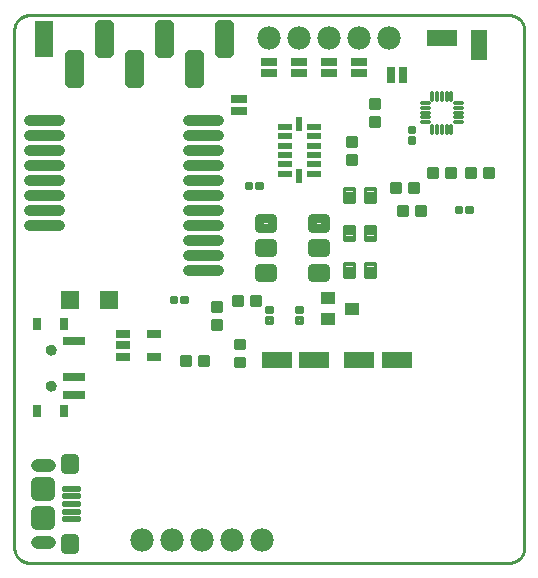
<source format=gts>
G75*
%MOIN*%
%OFA0B0*%
%FSLAX25Y25*%
%IPPOS*%
%LPD*%
%AMOC8*
5,1,8,0,0,1.08239X$1,22.5*
%
%ADD10C,0.01000*%
%ADD11R,0.10400X0.05400*%
%ADD12C,0.01450*%
%ADD13R,0.05400X0.10400*%
%ADD14C,0.03153*%
%ADD15R,0.05900X0.05900*%
%ADD16C,0.00850*%
%ADD17C,0.03200*%
%ADD18R,0.06400X0.12400*%
%ADD19C,0.07800*%
%ADD20C,0.01100*%
%ADD21C,0.00975*%
%ADD22R,0.02900X0.05400*%
%ADD23R,0.05400X0.02900*%
%ADD24R,0.07487X0.03156*%
%ADD25R,0.03156X0.04400*%
%ADD26C,0.00000*%
%ADD27C,0.03600*%
%ADD28C,0.03600*%
%ADD29R,0.04900X0.04400*%
%ADD30R,0.05124X0.02369*%
%ADD31R,0.02369X0.05124*%
%ADD32C,0.01187*%
%ADD33R,0.05124X0.03117*%
%ADD34C,0.04400*%
%ADD35C,0.00987*%
%ADD36C,0.02956*%
%ADD37C,0.03940*%
D10*
X0008000Y0006500D02*
X0008000Y0179000D01*
X0008002Y0179140D01*
X0008008Y0179280D01*
X0008018Y0179420D01*
X0008031Y0179560D01*
X0008049Y0179699D01*
X0008071Y0179838D01*
X0008096Y0179975D01*
X0008125Y0180113D01*
X0008158Y0180249D01*
X0008195Y0180384D01*
X0008236Y0180518D01*
X0008281Y0180651D01*
X0008329Y0180783D01*
X0008381Y0180913D01*
X0008436Y0181042D01*
X0008495Y0181169D01*
X0008558Y0181295D01*
X0008624Y0181419D01*
X0008693Y0181540D01*
X0008766Y0181660D01*
X0008843Y0181778D01*
X0008922Y0181893D01*
X0009005Y0182007D01*
X0009091Y0182117D01*
X0009180Y0182226D01*
X0009272Y0182332D01*
X0009367Y0182435D01*
X0009464Y0182536D01*
X0009565Y0182633D01*
X0009668Y0182728D01*
X0009774Y0182820D01*
X0009883Y0182909D01*
X0009993Y0182995D01*
X0010107Y0183078D01*
X0010222Y0183157D01*
X0010340Y0183234D01*
X0010460Y0183307D01*
X0010581Y0183376D01*
X0010705Y0183442D01*
X0010831Y0183505D01*
X0010958Y0183564D01*
X0011087Y0183619D01*
X0011217Y0183671D01*
X0011349Y0183719D01*
X0011482Y0183764D01*
X0011616Y0183805D01*
X0011751Y0183842D01*
X0011887Y0183875D01*
X0012025Y0183904D01*
X0012162Y0183929D01*
X0012301Y0183951D01*
X0012440Y0183969D01*
X0012580Y0183982D01*
X0012720Y0183992D01*
X0012860Y0183998D01*
X0013000Y0184000D01*
X0173000Y0184000D01*
X0173140Y0183998D01*
X0173280Y0183992D01*
X0173420Y0183982D01*
X0173560Y0183969D01*
X0173699Y0183951D01*
X0173838Y0183929D01*
X0173975Y0183904D01*
X0174113Y0183875D01*
X0174249Y0183842D01*
X0174384Y0183805D01*
X0174518Y0183764D01*
X0174651Y0183719D01*
X0174783Y0183671D01*
X0174913Y0183619D01*
X0175042Y0183564D01*
X0175169Y0183505D01*
X0175295Y0183442D01*
X0175419Y0183376D01*
X0175540Y0183307D01*
X0175660Y0183234D01*
X0175778Y0183157D01*
X0175893Y0183078D01*
X0176007Y0182995D01*
X0176117Y0182909D01*
X0176226Y0182820D01*
X0176332Y0182728D01*
X0176435Y0182633D01*
X0176536Y0182536D01*
X0176633Y0182435D01*
X0176728Y0182332D01*
X0176820Y0182226D01*
X0176909Y0182117D01*
X0176995Y0182007D01*
X0177078Y0181893D01*
X0177157Y0181778D01*
X0177234Y0181660D01*
X0177307Y0181540D01*
X0177376Y0181419D01*
X0177442Y0181295D01*
X0177505Y0181169D01*
X0177564Y0181042D01*
X0177619Y0180913D01*
X0177671Y0180783D01*
X0177719Y0180651D01*
X0177764Y0180518D01*
X0177805Y0180384D01*
X0177842Y0180249D01*
X0177875Y0180113D01*
X0177904Y0179975D01*
X0177929Y0179838D01*
X0177951Y0179699D01*
X0177969Y0179560D01*
X0177982Y0179420D01*
X0177992Y0179280D01*
X0177998Y0179140D01*
X0178000Y0179000D01*
X0178000Y0006500D01*
X0177998Y0006360D01*
X0177992Y0006220D01*
X0177982Y0006080D01*
X0177969Y0005940D01*
X0177951Y0005801D01*
X0177929Y0005662D01*
X0177904Y0005525D01*
X0177875Y0005387D01*
X0177842Y0005251D01*
X0177805Y0005116D01*
X0177764Y0004982D01*
X0177719Y0004849D01*
X0177671Y0004717D01*
X0177619Y0004587D01*
X0177564Y0004458D01*
X0177505Y0004331D01*
X0177442Y0004205D01*
X0177376Y0004081D01*
X0177307Y0003960D01*
X0177234Y0003840D01*
X0177157Y0003722D01*
X0177078Y0003607D01*
X0176995Y0003493D01*
X0176909Y0003383D01*
X0176820Y0003274D01*
X0176728Y0003168D01*
X0176633Y0003065D01*
X0176536Y0002964D01*
X0176435Y0002867D01*
X0176332Y0002772D01*
X0176226Y0002680D01*
X0176117Y0002591D01*
X0176007Y0002505D01*
X0175893Y0002422D01*
X0175778Y0002343D01*
X0175660Y0002266D01*
X0175540Y0002193D01*
X0175419Y0002124D01*
X0175295Y0002058D01*
X0175169Y0001995D01*
X0175042Y0001936D01*
X0174913Y0001881D01*
X0174783Y0001829D01*
X0174651Y0001781D01*
X0174518Y0001736D01*
X0174384Y0001695D01*
X0174249Y0001658D01*
X0174113Y0001625D01*
X0173975Y0001596D01*
X0173838Y0001571D01*
X0173699Y0001549D01*
X0173560Y0001531D01*
X0173420Y0001518D01*
X0173280Y0001508D01*
X0173140Y0001502D01*
X0173000Y0001500D01*
X0013000Y0001500D01*
X0012860Y0001502D01*
X0012720Y0001508D01*
X0012580Y0001518D01*
X0012440Y0001531D01*
X0012301Y0001549D01*
X0012162Y0001571D01*
X0012025Y0001596D01*
X0011887Y0001625D01*
X0011751Y0001658D01*
X0011616Y0001695D01*
X0011482Y0001736D01*
X0011349Y0001781D01*
X0011217Y0001829D01*
X0011087Y0001881D01*
X0010958Y0001936D01*
X0010831Y0001995D01*
X0010705Y0002058D01*
X0010581Y0002124D01*
X0010460Y0002193D01*
X0010340Y0002266D01*
X0010222Y0002343D01*
X0010107Y0002422D01*
X0009993Y0002505D01*
X0009883Y0002591D01*
X0009774Y0002680D01*
X0009668Y0002772D01*
X0009565Y0002867D01*
X0009464Y0002964D01*
X0009367Y0003065D01*
X0009272Y0003168D01*
X0009180Y0003274D01*
X0009091Y0003383D01*
X0009005Y0003493D01*
X0008922Y0003607D01*
X0008843Y0003722D01*
X0008766Y0003840D01*
X0008693Y0003960D01*
X0008624Y0004081D01*
X0008558Y0004205D01*
X0008495Y0004331D01*
X0008436Y0004458D01*
X0008381Y0004587D01*
X0008329Y0004717D01*
X0008281Y0004849D01*
X0008236Y0004982D01*
X0008195Y0005116D01*
X0008158Y0005251D01*
X0008125Y0005387D01*
X0008096Y0005525D01*
X0008071Y0005662D01*
X0008049Y0005801D01*
X0008031Y0005940D01*
X0008018Y0006080D01*
X0008008Y0006220D01*
X0008002Y0006360D01*
X0008000Y0006500D01*
D11*
X0095500Y0069000D03*
X0108000Y0069000D03*
X0123000Y0069000D03*
X0135500Y0069000D03*
X0150500Y0176500D03*
D12*
X0139775Y0146475D02*
X0139775Y0145025D01*
X0139775Y0146475D02*
X0141225Y0146475D01*
X0141225Y0145025D01*
X0139775Y0145025D01*
X0139775Y0146474D02*
X0141225Y0146474D01*
X0139775Y0142975D02*
X0139775Y0141525D01*
X0139775Y0142975D02*
X0141225Y0142975D01*
X0141225Y0141525D01*
X0139775Y0141525D01*
X0139775Y0142974D02*
X0141225Y0142974D01*
X0155525Y0118275D02*
X0156975Y0118275D01*
X0155525Y0118275D02*
X0155525Y0119725D01*
X0156975Y0119725D01*
X0156975Y0118275D01*
X0156975Y0119724D02*
X0155525Y0119724D01*
X0159025Y0118275D02*
X0160475Y0118275D01*
X0159025Y0118275D02*
X0159025Y0119725D01*
X0160475Y0119725D01*
X0160475Y0118275D01*
X0160475Y0119724D02*
X0159025Y0119724D01*
X0102275Y0086475D02*
X0102275Y0085025D01*
X0102275Y0086475D02*
X0103725Y0086475D01*
X0103725Y0085025D01*
X0102275Y0085025D01*
X0102275Y0086474D02*
X0103725Y0086474D01*
X0102275Y0082975D02*
X0102275Y0081525D01*
X0102275Y0082975D02*
X0103725Y0082975D01*
X0103725Y0081525D01*
X0102275Y0081525D01*
X0102275Y0082974D02*
X0103725Y0082974D01*
X0092275Y0082975D02*
X0092275Y0081525D01*
X0092275Y0082975D02*
X0093725Y0082975D01*
X0093725Y0081525D01*
X0092275Y0081525D01*
X0092275Y0082974D02*
X0093725Y0082974D01*
X0092275Y0085025D02*
X0092275Y0086475D01*
X0093725Y0086475D01*
X0093725Y0085025D01*
X0092275Y0085025D01*
X0092275Y0086474D02*
X0093725Y0086474D01*
X0065475Y0089725D02*
X0064025Y0089725D01*
X0065475Y0089725D02*
X0065475Y0088275D01*
X0064025Y0088275D01*
X0064025Y0089725D01*
X0064025Y0089724D02*
X0065475Y0089724D01*
X0061975Y0089725D02*
X0060525Y0089725D01*
X0061975Y0089725D02*
X0061975Y0088275D01*
X0060525Y0088275D01*
X0060525Y0089725D01*
X0060525Y0089724D02*
X0061975Y0089724D01*
X0085525Y0127725D02*
X0086975Y0127725D01*
X0086975Y0126275D01*
X0085525Y0126275D01*
X0085525Y0127725D01*
X0085525Y0127724D02*
X0086975Y0127724D01*
X0089025Y0127725D02*
X0090475Y0127725D01*
X0090475Y0126275D01*
X0089025Y0126275D01*
X0089025Y0127725D01*
X0089025Y0127724D02*
X0090475Y0127724D01*
D13*
X0163000Y0174000D03*
D14*
X0111525Y0116345D02*
X0107191Y0116345D01*
X0111525Y0116345D02*
X0111525Y0113191D01*
X0107191Y0113191D01*
X0107191Y0116345D01*
X0107191Y0116343D02*
X0111525Y0116343D01*
X0111525Y0108077D02*
X0107191Y0108077D01*
X0111525Y0108077D02*
X0111525Y0104923D01*
X0107191Y0104923D01*
X0107191Y0108077D01*
X0107191Y0108075D02*
X0111525Y0108075D01*
X0111525Y0099809D02*
X0107191Y0099809D01*
X0111525Y0099809D02*
X0111525Y0096655D01*
X0107191Y0096655D01*
X0107191Y0099809D01*
X0107191Y0099807D02*
X0111525Y0099807D01*
X0093809Y0099809D02*
X0089475Y0099809D01*
X0093809Y0099809D02*
X0093809Y0096655D01*
X0089475Y0096655D01*
X0089475Y0099809D01*
X0089475Y0099807D02*
X0093809Y0099807D01*
X0093809Y0108077D02*
X0089475Y0108077D01*
X0093809Y0108077D02*
X0093809Y0104923D01*
X0089475Y0104923D01*
X0089475Y0108077D01*
X0089475Y0108075D02*
X0093809Y0108075D01*
X0093809Y0116345D02*
X0089475Y0116345D01*
X0093809Y0116345D02*
X0093809Y0113191D01*
X0089475Y0113191D01*
X0089475Y0116345D01*
X0089475Y0116343D02*
X0093809Y0116343D01*
D15*
X0039500Y0089000D03*
X0026500Y0089000D03*
D16*
X0084525Y0075775D02*
X0084525Y0073225D01*
X0081475Y0073225D01*
X0081475Y0075775D01*
X0084525Y0075775D01*
X0084525Y0074074D02*
X0081475Y0074074D01*
X0081475Y0074923D02*
X0084525Y0074923D01*
X0084525Y0075772D02*
X0081475Y0075772D01*
X0084525Y0069775D02*
X0084525Y0067225D01*
X0081475Y0067225D01*
X0081475Y0069775D01*
X0084525Y0069775D01*
X0084525Y0068074D02*
X0081475Y0068074D01*
X0081475Y0068923D02*
X0084525Y0068923D01*
X0084525Y0069772D02*
X0081475Y0069772D01*
D17*
X0069600Y0161526D02*
X0069600Y0170726D01*
X0069600Y0161526D02*
X0066400Y0161526D01*
X0066400Y0170726D01*
X0069600Y0170726D01*
X0069600Y0164725D02*
X0066400Y0164725D01*
X0066400Y0167924D02*
X0069600Y0167924D01*
X0079600Y0171526D02*
X0079600Y0180726D01*
X0079600Y0171526D02*
X0076400Y0171526D01*
X0076400Y0180726D01*
X0079600Y0180726D01*
X0079600Y0174725D02*
X0076400Y0174725D01*
X0076400Y0177924D02*
X0079600Y0177924D01*
X0059600Y0180726D02*
X0059600Y0171526D01*
X0056400Y0171526D01*
X0056400Y0180726D01*
X0059600Y0180726D01*
X0059600Y0174725D02*
X0056400Y0174725D01*
X0056400Y0177924D02*
X0059600Y0177924D01*
X0049600Y0170726D02*
X0049600Y0161526D01*
X0046400Y0161526D01*
X0046400Y0170726D01*
X0049600Y0170726D01*
X0049600Y0164725D02*
X0046400Y0164725D01*
X0046400Y0167924D02*
X0049600Y0167924D01*
X0039600Y0171526D02*
X0039600Y0180726D01*
X0039600Y0171526D02*
X0036400Y0171526D01*
X0036400Y0180726D01*
X0039600Y0180726D01*
X0039600Y0174725D02*
X0036400Y0174725D01*
X0036400Y0177924D02*
X0039600Y0177924D01*
X0029600Y0170726D02*
X0029600Y0161526D01*
X0026400Y0161526D01*
X0026400Y0170726D01*
X0029600Y0170726D01*
X0029600Y0164725D02*
X0026400Y0164725D01*
X0026400Y0167924D02*
X0029600Y0167924D01*
D18*
X0018000Y0176126D03*
D19*
X0093000Y0176500D03*
X0103000Y0176500D03*
X0113000Y0176500D03*
X0123000Y0176500D03*
X0133000Y0176500D03*
X0090500Y0009000D03*
X0080500Y0009000D03*
X0070500Y0009000D03*
X0060500Y0009000D03*
X0050500Y0009000D03*
D20*
X0117850Y0096600D02*
X0121150Y0096600D01*
X0117850Y0096600D02*
X0117850Y0101400D01*
X0121150Y0101400D01*
X0121150Y0096600D01*
X0121150Y0097699D02*
X0117850Y0097699D01*
X0117850Y0098798D02*
X0121150Y0098798D01*
X0121150Y0099897D02*
X0117850Y0099897D01*
X0117850Y0100996D02*
X0121150Y0100996D01*
X0124850Y0096600D02*
X0128150Y0096600D01*
X0124850Y0096600D02*
X0124850Y0101400D01*
X0128150Y0101400D01*
X0128150Y0096600D01*
X0128150Y0097699D02*
X0124850Y0097699D01*
X0124850Y0098798D02*
X0128150Y0098798D01*
X0128150Y0099897D02*
X0124850Y0099897D01*
X0124850Y0100996D02*
X0128150Y0100996D01*
X0128150Y0109100D02*
X0124850Y0109100D01*
X0124850Y0113900D01*
X0128150Y0113900D01*
X0128150Y0109100D01*
X0128150Y0110199D02*
X0124850Y0110199D01*
X0124850Y0111298D02*
X0128150Y0111298D01*
X0128150Y0112397D02*
X0124850Y0112397D01*
X0124850Y0113496D02*
X0128150Y0113496D01*
X0121150Y0109100D02*
X0117850Y0109100D01*
X0117850Y0113900D01*
X0121150Y0113900D01*
X0121150Y0109100D01*
X0121150Y0110199D02*
X0117850Y0110199D01*
X0117850Y0111298D02*
X0121150Y0111298D01*
X0121150Y0112397D02*
X0117850Y0112397D01*
X0117850Y0113496D02*
X0121150Y0113496D01*
X0121150Y0121600D02*
X0117850Y0121600D01*
X0117850Y0126400D01*
X0121150Y0126400D01*
X0121150Y0121600D01*
X0121150Y0122699D02*
X0117850Y0122699D01*
X0117850Y0123798D02*
X0121150Y0123798D01*
X0121150Y0124897D02*
X0117850Y0124897D01*
X0117850Y0125996D02*
X0121150Y0125996D01*
X0124850Y0121600D02*
X0128150Y0121600D01*
X0124850Y0121600D02*
X0124850Y0126400D01*
X0128150Y0126400D01*
X0128150Y0121600D01*
X0128150Y0122699D02*
X0124850Y0122699D01*
X0124850Y0123798D02*
X0128150Y0123798D01*
X0128150Y0124897D02*
X0124850Y0124897D01*
X0124850Y0125996D02*
X0128150Y0125996D01*
D21*
X0133537Y0125037D02*
X0136463Y0125037D01*
X0133537Y0125037D02*
X0133537Y0127963D01*
X0136463Y0127963D01*
X0136463Y0125037D01*
X0136463Y0126011D02*
X0133537Y0126011D01*
X0133537Y0126985D02*
X0136463Y0126985D01*
X0136463Y0127959D02*
X0133537Y0127959D01*
X0139537Y0125037D02*
X0142463Y0125037D01*
X0139537Y0125037D02*
X0139537Y0127963D01*
X0142463Y0127963D01*
X0142463Y0125037D01*
X0142463Y0126011D02*
X0139537Y0126011D01*
X0139537Y0126985D02*
X0142463Y0126985D01*
X0142463Y0127959D02*
X0139537Y0127959D01*
X0146037Y0130037D02*
X0148963Y0130037D01*
X0146037Y0130037D02*
X0146037Y0132963D01*
X0148963Y0132963D01*
X0148963Y0130037D01*
X0148963Y0131011D02*
X0146037Y0131011D01*
X0146037Y0131985D02*
X0148963Y0131985D01*
X0148963Y0132959D02*
X0146037Y0132959D01*
X0152037Y0130037D02*
X0154963Y0130037D01*
X0152037Y0130037D02*
X0152037Y0132963D01*
X0154963Y0132963D01*
X0154963Y0130037D01*
X0154963Y0131011D02*
X0152037Y0131011D01*
X0152037Y0131985D02*
X0154963Y0131985D01*
X0154963Y0132959D02*
X0152037Y0132959D01*
X0158537Y0132963D02*
X0161463Y0132963D01*
X0161463Y0130037D01*
X0158537Y0130037D01*
X0158537Y0132963D01*
X0158537Y0131011D02*
X0161463Y0131011D01*
X0161463Y0131985D02*
X0158537Y0131985D01*
X0158537Y0132959D02*
X0161463Y0132959D01*
X0164537Y0132963D02*
X0167463Y0132963D01*
X0167463Y0130037D01*
X0164537Y0130037D01*
X0164537Y0132963D01*
X0164537Y0131011D02*
X0167463Y0131011D01*
X0167463Y0131985D02*
X0164537Y0131985D01*
X0164537Y0132959D02*
X0167463Y0132959D01*
X0144963Y0117537D02*
X0142037Y0117537D01*
X0142037Y0120463D01*
X0144963Y0120463D01*
X0144963Y0117537D01*
X0144963Y0118511D02*
X0142037Y0118511D01*
X0142037Y0119485D02*
X0144963Y0119485D01*
X0144963Y0120459D02*
X0142037Y0120459D01*
X0138963Y0117537D02*
X0136037Y0117537D01*
X0136037Y0120463D01*
X0138963Y0120463D01*
X0138963Y0117537D01*
X0138963Y0118511D02*
X0136037Y0118511D01*
X0136037Y0119485D02*
X0138963Y0119485D01*
X0138963Y0120459D02*
X0136037Y0120459D01*
X0119037Y0134537D02*
X0119037Y0137463D01*
X0121963Y0137463D01*
X0121963Y0134537D01*
X0119037Y0134537D01*
X0119037Y0135511D02*
X0121963Y0135511D01*
X0121963Y0136485D02*
X0119037Y0136485D01*
X0119037Y0137459D02*
X0121963Y0137459D01*
X0119037Y0140537D02*
X0119037Y0143463D01*
X0121963Y0143463D01*
X0121963Y0140537D01*
X0119037Y0140537D01*
X0119037Y0141511D02*
X0121963Y0141511D01*
X0121963Y0142485D02*
X0119037Y0142485D01*
X0119037Y0143459D02*
X0121963Y0143459D01*
X0129463Y0147037D02*
X0129463Y0149963D01*
X0129463Y0147037D02*
X0126537Y0147037D01*
X0126537Y0149963D01*
X0129463Y0149963D01*
X0129463Y0148011D02*
X0126537Y0148011D01*
X0126537Y0148985D02*
X0129463Y0148985D01*
X0129463Y0149959D02*
X0126537Y0149959D01*
X0129463Y0153037D02*
X0129463Y0155963D01*
X0129463Y0153037D02*
X0126537Y0153037D01*
X0126537Y0155963D01*
X0129463Y0155963D01*
X0129463Y0154011D02*
X0126537Y0154011D01*
X0126537Y0154985D02*
X0129463Y0154985D01*
X0129463Y0155959D02*
X0126537Y0155959D01*
X0089963Y0090463D02*
X0087037Y0090463D01*
X0089963Y0090463D02*
X0089963Y0087537D01*
X0087037Y0087537D01*
X0087037Y0090463D01*
X0087037Y0088511D02*
X0089963Y0088511D01*
X0089963Y0089485D02*
X0087037Y0089485D01*
X0087037Y0090459D02*
X0089963Y0090459D01*
X0083963Y0090463D02*
X0081037Y0090463D01*
X0083963Y0090463D02*
X0083963Y0087537D01*
X0081037Y0087537D01*
X0081037Y0090463D01*
X0081037Y0088511D02*
X0083963Y0088511D01*
X0083963Y0089485D02*
X0081037Y0089485D01*
X0081037Y0090459D02*
X0083963Y0090459D01*
X0074037Y0088463D02*
X0074037Y0085537D01*
X0074037Y0088463D02*
X0076963Y0088463D01*
X0076963Y0085537D01*
X0074037Y0085537D01*
X0074037Y0086511D02*
X0076963Y0086511D01*
X0076963Y0087485D02*
X0074037Y0087485D01*
X0074037Y0088459D02*
X0076963Y0088459D01*
X0074037Y0082463D02*
X0074037Y0079537D01*
X0074037Y0082463D02*
X0076963Y0082463D01*
X0076963Y0079537D01*
X0074037Y0079537D01*
X0074037Y0080511D02*
X0076963Y0080511D01*
X0076963Y0081485D02*
X0074037Y0081485D01*
X0074037Y0082459D02*
X0076963Y0082459D01*
X0072463Y0067537D02*
X0069537Y0067537D01*
X0069537Y0070463D01*
X0072463Y0070463D01*
X0072463Y0067537D01*
X0072463Y0068511D02*
X0069537Y0068511D01*
X0069537Y0069485D02*
X0072463Y0069485D01*
X0072463Y0070459D02*
X0069537Y0070459D01*
X0066463Y0067537D02*
X0063537Y0067537D01*
X0063537Y0070463D01*
X0066463Y0070463D01*
X0066463Y0067537D01*
X0066463Y0068511D02*
X0063537Y0068511D01*
X0063537Y0069485D02*
X0066463Y0069485D01*
X0066463Y0070459D02*
X0063537Y0070459D01*
D22*
X0133500Y0164000D03*
X0137500Y0164000D03*
D23*
X0123000Y0164728D03*
X0123000Y0168272D03*
X0113000Y0168272D03*
X0113000Y0164728D03*
X0103000Y0164728D03*
X0103000Y0168272D03*
X0093000Y0168272D03*
X0093000Y0164728D03*
X0083000Y0156000D03*
X0083000Y0152000D03*
D24*
X0027913Y0075500D03*
X0027913Y0063500D03*
X0027913Y0057500D03*
D25*
X0024654Y0052000D03*
X0015598Y0052000D03*
X0015598Y0081000D03*
X0024654Y0081000D03*
D26*
X0018526Y0072500D02*
X0018528Y0072580D01*
X0018534Y0072659D01*
X0018544Y0072738D01*
X0018558Y0072817D01*
X0018575Y0072895D01*
X0018597Y0072972D01*
X0018622Y0073047D01*
X0018652Y0073121D01*
X0018684Y0073194D01*
X0018721Y0073265D01*
X0018761Y0073334D01*
X0018804Y0073401D01*
X0018851Y0073466D01*
X0018900Y0073528D01*
X0018953Y0073588D01*
X0019009Y0073645D01*
X0019067Y0073700D01*
X0019128Y0073751D01*
X0019192Y0073799D01*
X0019258Y0073844D01*
X0019326Y0073886D01*
X0019396Y0073924D01*
X0019468Y0073958D01*
X0019541Y0073989D01*
X0019616Y0074017D01*
X0019693Y0074040D01*
X0019770Y0074060D01*
X0019848Y0074076D01*
X0019927Y0074088D01*
X0020006Y0074096D01*
X0020086Y0074100D01*
X0020166Y0074100D01*
X0020246Y0074096D01*
X0020325Y0074088D01*
X0020404Y0074076D01*
X0020482Y0074060D01*
X0020559Y0074040D01*
X0020636Y0074017D01*
X0020711Y0073989D01*
X0020784Y0073958D01*
X0020856Y0073924D01*
X0020926Y0073886D01*
X0020994Y0073844D01*
X0021060Y0073799D01*
X0021124Y0073751D01*
X0021185Y0073700D01*
X0021243Y0073645D01*
X0021299Y0073588D01*
X0021352Y0073528D01*
X0021401Y0073466D01*
X0021448Y0073401D01*
X0021491Y0073334D01*
X0021531Y0073265D01*
X0021568Y0073194D01*
X0021600Y0073121D01*
X0021630Y0073047D01*
X0021655Y0072972D01*
X0021677Y0072895D01*
X0021694Y0072817D01*
X0021708Y0072738D01*
X0021718Y0072659D01*
X0021724Y0072580D01*
X0021726Y0072500D01*
X0021724Y0072420D01*
X0021718Y0072341D01*
X0021708Y0072262D01*
X0021694Y0072183D01*
X0021677Y0072105D01*
X0021655Y0072028D01*
X0021630Y0071953D01*
X0021600Y0071879D01*
X0021568Y0071806D01*
X0021531Y0071735D01*
X0021491Y0071666D01*
X0021448Y0071599D01*
X0021401Y0071534D01*
X0021352Y0071472D01*
X0021299Y0071412D01*
X0021243Y0071355D01*
X0021185Y0071300D01*
X0021124Y0071249D01*
X0021060Y0071201D01*
X0020994Y0071156D01*
X0020926Y0071114D01*
X0020856Y0071076D01*
X0020784Y0071042D01*
X0020711Y0071011D01*
X0020636Y0070983D01*
X0020559Y0070960D01*
X0020482Y0070940D01*
X0020404Y0070924D01*
X0020325Y0070912D01*
X0020246Y0070904D01*
X0020166Y0070900D01*
X0020086Y0070900D01*
X0020006Y0070904D01*
X0019927Y0070912D01*
X0019848Y0070924D01*
X0019770Y0070940D01*
X0019693Y0070960D01*
X0019616Y0070983D01*
X0019541Y0071011D01*
X0019468Y0071042D01*
X0019396Y0071076D01*
X0019326Y0071114D01*
X0019258Y0071156D01*
X0019192Y0071201D01*
X0019128Y0071249D01*
X0019067Y0071300D01*
X0019009Y0071355D01*
X0018953Y0071412D01*
X0018900Y0071472D01*
X0018851Y0071534D01*
X0018804Y0071599D01*
X0018761Y0071666D01*
X0018721Y0071735D01*
X0018684Y0071806D01*
X0018652Y0071879D01*
X0018622Y0071953D01*
X0018597Y0072028D01*
X0018575Y0072105D01*
X0018558Y0072183D01*
X0018544Y0072262D01*
X0018534Y0072341D01*
X0018528Y0072420D01*
X0018526Y0072500D01*
X0018526Y0060500D02*
X0018528Y0060580D01*
X0018534Y0060659D01*
X0018544Y0060738D01*
X0018558Y0060817D01*
X0018575Y0060895D01*
X0018597Y0060972D01*
X0018622Y0061047D01*
X0018652Y0061121D01*
X0018684Y0061194D01*
X0018721Y0061265D01*
X0018761Y0061334D01*
X0018804Y0061401D01*
X0018851Y0061466D01*
X0018900Y0061528D01*
X0018953Y0061588D01*
X0019009Y0061645D01*
X0019067Y0061700D01*
X0019128Y0061751D01*
X0019192Y0061799D01*
X0019258Y0061844D01*
X0019326Y0061886D01*
X0019396Y0061924D01*
X0019468Y0061958D01*
X0019541Y0061989D01*
X0019616Y0062017D01*
X0019693Y0062040D01*
X0019770Y0062060D01*
X0019848Y0062076D01*
X0019927Y0062088D01*
X0020006Y0062096D01*
X0020086Y0062100D01*
X0020166Y0062100D01*
X0020246Y0062096D01*
X0020325Y0062088D01*
X0020404Y0062076D01*
X0020482Y0062060D01*
X0020559Y0062040D01*
X0020636Y0062017D01*
X0020711Y0061989D01*
X0020784Y0061958D01*
X0020856Y0061924D01*
X0020926Y0061886D01*
X0020994Y0061844D01*
X0021060Y0061799D01*
X0021124Y0061751D01*
X0021185Y0061700D01*
X0021243Y0061645D01*
X0021299Y0061588D01*
X0021352Y0061528D01*
X0021401Y0061466D01*
X0021448Y0061401D01*
X0021491Y0061334D01*
X0021531Y0061265D01*
X0021568Y0061194D01*
X0021600Y0061121D01*
X0021630Y0061047D01*
X0021655Y0060972D01*
X0021677Y0060895D01*
X0021694Y0060817D01*
X0021708Y0060738D01*
X0021718Y0060659D01*
X0021724Y0060580D01*
X0021726Y0060500D01*
X0021724Y0060420D01*
X0021718Y0060341D01*
X0021708Y0060262D01*
X0021694Y0060183D01*
X0021677Y0060105D01*
X0021655Y0060028D01*
X0021630Y0059953D01*
X0021600Y0059879D01*
X0021568Y0059806D01*
X0021531Y0059735D01*
X0021491Y0059666D01*
X0021448Y0059599D01*
X0021401Y0059534D01*
X0021352Y0059472D01*
X0021299Y0059412D01*
X0021243Y0059355D01*
X0021185Y0059300D01*
X0021124Y0059249D01*
X0021060Y0059201D01*
X0020994Y0059156D01*
X0020926Y0059114D01*
X0020856Y0059076D01*
X0020784Y0059042D01*
X0020711Y0059011D01*
X0020636Y0058983D01*
X0020559Y0058960D01*
X0020482Y0058940D01*
X0020404Y0058924D01*
X0020325Y0058912D01*
X0020246Y0058904D01*
X0020166Y0058900D01*
X0020086Y0058900D01*
X0020006Y0058904D01*
X0019927Y0058912D01*
X0019848Y0058924D01*
X0019770Y0058940D01*
X0019693Y0058960D01*
X0019616Y0058983D01*
X0019541Y0059011D01*
X0019468Y0059042D01*
X0019396Y0059076D01*
X0019326Y0059114D01*
X0019258Y0059156D01*
X0019192Y0059201D01*
X0019128Y0059249D01*
X0019067Y0059300D01*
X0019009Y0059355D01*
X0018953Y0059412D01*
X0018900Y0059472D01*
X0018851Y0059534D01*
X0018804Y0059599D01*
X0018761Y0059666D01*
X0018721Y0059735D01*
X0018684Y0059806D01*
X0018652Y0059879D01*
X0018622Y0059953D01*
X0018597Y0060028D01*
X0018575Y0060105D01*
X0018558Y0060183D01*
X0018544Y0060262D01*
X0018534Y0060341D01*
X0018528Y0060420D01*
X0018526Y0060500D01*
D27*
X0020126Y0060500D03*
X0020126Y0072500D03*
D28*
X0023000Y0114000D02*
X0013000Y0114000D01*
X0013000Y0119000D02*
X0023000Y0119000D01*
X0023000Y0124000D02*
X0013000Y0124000D01*
X0013000Y0129000D02*
X0023000Y0129000D01*
X0023000Y0134000D02*
X0013000Y0134000D01*
X0013000Y0139000D02*
X0023000Y0139000D01*
X0023000Y0144000D02*
X0013000Y0144000D01*
X0013000Y0149000D02*
X0023000Y0149000D01*
X0065800Y0149100D02*
X0075800Y0149100D01*
X0075800Y0144100D02*
X0065800Y0144100D01*
X0065800Y0139100D02*
X0075800Y0139100D01*
X0075800Y0134100D02*
X0065800Y0134100D01*
X0065800Y0129100D02*
X0075800Y0129100D01*
X0075800Y0124100D02*
X0065800Y0124100D01*
X0065800Y0119100D02*
X0075800Y0119100D01*
X0075800Y0114100D02*
X0065800Y0114100D01*
X0065800Y0109100D02*
X0075800Y0109100D01*
X0075800Y0104100D02*
X0065800Y0104100D01*
X0065800Y0099100D02*
X0075800Y0099100D01*
D29*
X0112563Y0089626D03*
X0112563Y0082626D03*
X0120563Y0086126D03*
D30*
X0107724Y0131126D03*
X0107724Y0134276D03*
X0107724Y0137425D03*
X0107724Y0140575D03*
X0107724Y0143724D03*
X0107724Y0146874D03*
X0098276Y0146874D03*
X0098276Y0143724D03*
X0098276Y0140575D03*
X0098276Y0137425D03*
X0098276Y0134276D03*
X0098276Y0131126D03*
D31*
X0103000Y0130339D03*
X0103000Y0147661D03*
D32*
X0143806Y0148350D02*
X0146170Y0148350D01*
X0143806Y0148350D02*
X0143806Y0148350D01*
X0146170Y0148350D01*
X0146170Y0148350D01*
X0146170Y0149925D02*
X0143806Y0149925D01*
X0143806Y0149925D01*
X0146170Y0149925D01*
X0146170Y0149925D01*
X0146170Y0151500D02*
X0143806Y0151500D01*
X0143806Y0151500D01*
X0146170Y0151500D01*
X0146170Y0151500D01*
X0146170Y0153075D02*
X0143806Y0153075D01*
X0143806Y0153075D01*
X0146170Y0153075D01*
X0146170Y0153075D01*
X0146170Y0154650D02*
X0143806Y0154650D01*
X0143806Y0154650D01*
X0146170Y0154650D01*
X0146170Y0154650D01*
X0147350Y0155830D02*
X0147350Y0158194D01*
X0147350Y0158194D01*
X0147350Y0155830D01*
X0147350Y0155830D01*
X0147350Y0157016D02*
X0147350Y0157016D01*
X0148925Y0158194D02*
X0148925Y0155830D01*
X0148925Y0158194D02*
X0148925Y0158194D01*
X0148925Y0155830D01*
X0148925Y0155830D01*
X0148925Y0157016D02*
X0148925Y0157016D01*
X0150500Y0158194D02*
X0150500Y0155830D01*
X0150500Y0158194D02*
X0150500Y0158194D01*
X0150500Y0155830D01*
X0150500Y0155830D01*
X0150500Y0157016D02*
X0150500Y0157016D01*
X0152075Y0158194D02*
X0152075Y0155830D01*
X0152075Y0158194D02*
X0152075Y0158194D01*
X0152075Y0155830D01*
X0152075Y0155830D01*
X0152075Y0157016D02*
X0152075Y0157016D01*
X0153650Y0158194D02*
X0153650Y0155830D01*
X0153650Y0158194D02*
X0153650Y0158194D01*
X0153650Y0155830D01*
X0153650Y0155830D01*
X0153650Y0157016D02*
X0153650Y0157016D01*
X0154830Y0154650D02*
X0157194Y0154650D01*
X0157194Y0154650D01*
X0154830Y0154650D01*
X0154830Y0154650D01*
X0154830Y0153075D02*
X0157194Y0153075D01*
X0157194Y0153075D01*
X0154830Y0153075D01*
X0154830Y0153075D01*
X0154830Y0151500D02*
X0157194Y0151500D01*
X0157194Y0151500D01*
X0154830Y0151500D01*
X0154830Y0151500D01*
X0154830Y0149925D02*
X0157194Y0149925D01*
X0157194Y0149925D01*
X0154830Y0149925D01*
X0154830Y0149925D01*
X0154830Y0148350D02*
X0157194Y0148350D01*
X0157194Y0148350D01*
X0154830Y0148350D01*
X0154830Y0148350D01*
X0153650Y0147170D02*
X0153650Y0144806D01*
X0153650Y0144806D01*
X0153650Y0147170D01*
X0153650Y0147170D01*
X0153650Y0145992D02*
X0153650Y0145992D01*
X0152075Y0147170D02*
X0152075Y0144806D01*
X0152075Y0144806D01*
X0152075Y0147170D01*
X0152075Y0147170D01*
X0152075Y0145992D02*
X0152075Y0145992D01*
X0150500Y0147170D02*
X0150500Y0144806D01*
X0150500Y0144806D01*
X0150500Y0147170D01*
X0150500Y0147170D01*
X0150500Y0145992D02*
X0150500Y0145992D01*
X0148925Y0147170D02*
X0148925Y0144806D01*
X0148925Y0144806D01*
X0148925Y0147170D01*
X0148925Y0147170D01*
X0148925Y0145992D02*
X0148925Y0145992D01*
X0147350Y0147170D02*
X0147350Y0144806D01*
X0147350Y0144806D01*
X0147350Y0147170D01*
X0147350Y0147170D01*
X0147350Y0145992D02*
X0147350Y0145992D01*
D33*
X0054437Y0077720D03*
X0054437Y0070240D03*
X0044200Y0070240D03*
X0044200Y0073980D03*
X0044200Y0077720D03*
D34*
X0019469Y0034242D02*
X0015469Y0034242D01*
X0015469Y0008258D02*
X0019469Y0008258D01*
D35*
X0029676Y0015638D02*
X0029676Y0016626D01*
X0029676Y0015638D02*
X0024356Y0015638D01*
X0024356Y0016626D01*
X0029676Y0016626D01*
X0029676Y0016624D02*
X0024356Y0016624D01*
X0029676Y0018197D02*
X0029676Y0019185D01*
X0029676Y0018197D02*
X0024356Y0018197D01*
X0024356Y0019185D01*
X0029676Y0019185D01*
X0029676Y0019183D02*
X0024356Y0019183D01*
X0029676Y0020756D02*
X0029676Y0021744D01*
X0029676Y0020756D02*
X0024356Y0020756D01*
X0024356Y0021744D01*
X0029676Y0021744D01*
X0029676Y0021742D02*
X0024356Y0021742D01*
X0029676Y0023315D02*
X0029676Y0024303D01*
X0029676Y0023315D02*
X0024356Y0023315D01*
X0024356Y0024303D01*
X0029676Y0024303D01*
X0029676Y0024301D02*
X0024356Y0024301D01*
X0029676Y0025874D02*
X0029676Y0026862D01*
X0029676Y0025874D02*
X0024356Y0025874D01*
X0024356Y0026862D01*
X0029676Y0026862D01*
X0029676Y0026860D02*
X0024356Y0026860D01*
D36*
X0024841Y0032765D02*
X0027797Y0032765D01*
X0024841Y0032765D02*
X0024841Y0036507D01*
X0027797Y0036507D01*
X0027797Y0032765D01*
X0027797Y0035720D02*
X0024841Y0035720D01*
X0024841Y0005993D02*
X0027797Y0005993D01*
X0024841Y0005993D02*
X0024841Y0009735D01*
X0027797Y0009735D01*
X0027797Y0005993D01*
X0027797Y0008948D02*
X0024841Y0008948D01*
D37*
X0015499Y0014556D02*
X0015499Y0018496D01*
X0019439Y0018496D01*
X0019439Y0014556D01*
X0015499Y0014556D01*
X0015499Y0018495D02*
X0019439Y0018495D01*
X0015499Y0024004D02*
X0015499Y0027944D01*
X0019439Y0027944D01*
X0019439Y0024004D01*
X0015499Y0024004D01*
X0015499Y0027943D02*
X0019439Y0027943D01*
M02*

</source>
